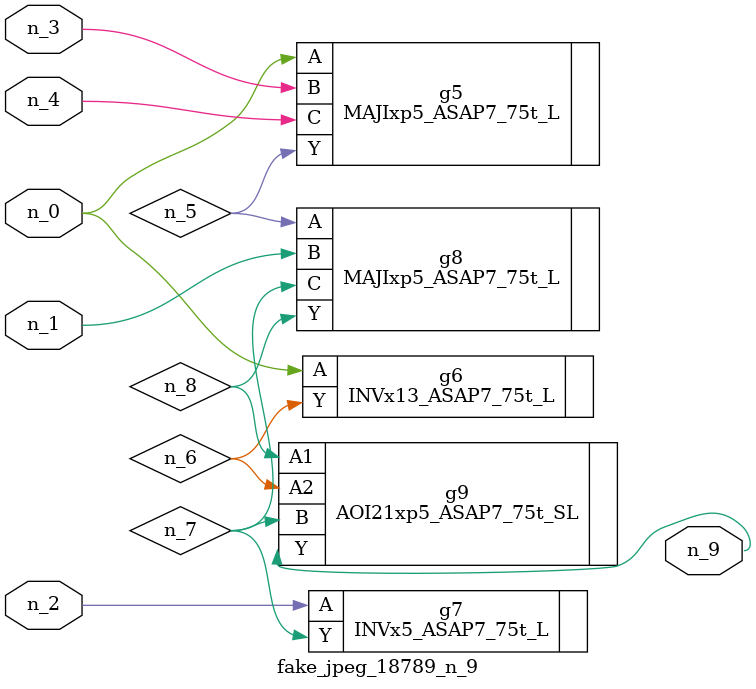
<source format=v>
module fake_jpeg_18789_n_9 (n_3, n_2, n_1, n_0, n_4, n_9);

input n_3;
input n_2;
input n_1;
input n_0;
input n_4;

output n_9;

wire n_8;
wire n_6;
wire n_5;
wire n_7;

MAJIxp5_ASAP7_75t_L g5 ( 
.A(n_0),
.B(n_3),
.C(n_4),
.Y(n_5)
);

INVx13_ASAP7_75t_L g6 ( 
.A(n_0),
.Y(n_6)
);

INVx5_ASAP7_75t_L g7 ( 
.A(n_2),
.Y(n_7)
);

MAJIxp5_ASAP7_75t_L g8 ( 
.A(n_5),
.B(n_1),
.C(n_7),
.Y(n_8)
);

AOI21xp5_ASAP7_75t_SL g9 ( 
.A1(n_8),
.A2(n_6),
.B(n_7),
.Y(n_9)
);


endmodule
</source>
